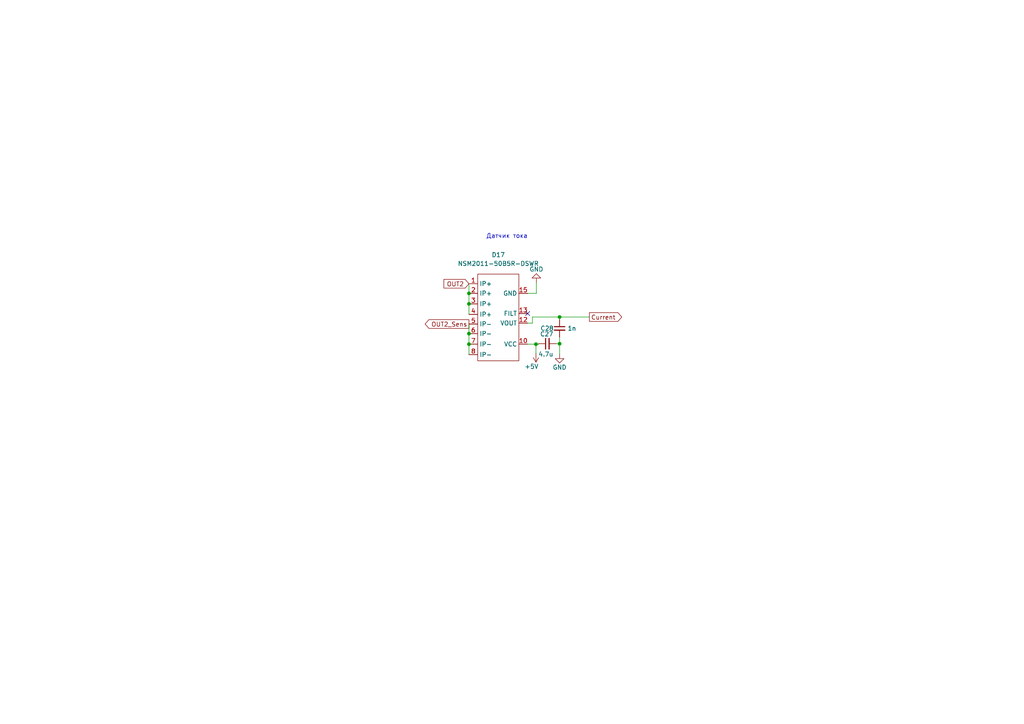
<source format=kicad_sch>
(kicad_sch (version 20230121) (generator eeschema)
  (paper "A4")
  (lib_symbols
    (symbol "Current_Sensor:NSM2011"
      (property "Reference" "D" (at 0.254 3.81 0))
      (property "Value" "NSM2011" (at 0.254 1.524 0))
      (symbol "NSM2011_0_1"
        (rectangle (start -5.842 0) (end 6.096 -25.146))
      )
      (symbol "NSM2011_1_1"
        (pin input line (at -8.382 -2.794 0) (length 2.54) (name "IP+") (number "1"))
        (pin input line (at 8.636 -20.32 180) (length 2.54) (name "VCC") (number "10"))
        (pin input line (at 8.636 -14.224 180) (length 2.54) (name "VOUT") (number "12"))
        (pin input line (at 8.636 -11.43 180) (length 2.54) (name "FILT") (number "13"))
        (pin input line (at 8.636 -5.588 180) (length 2.54) (name "GND") (number "15"))
        (pin input line (at -8.382 -5.588 0) (length 2.54) (name "IP+") (number "2"))
        (pin input line (at -8.382 -8.636 0) (length 2.54) (name "IP+") (number "3"))
        (pin input line (at -8.382 -11.684 0) (length 2.54) (name "IP+") (number "4"))
        (pin input line (at -8.382 -14.478 0) (length 2.54) (name "IP-") (number "5"))
        (pin input line (at -8.382 -17.272 0) (length 2.54) (name "IP-") (number "6"))
        (pin input line (at -8.382 -20.32 0) (length 2.54) (name "IP-") (number "7"))
        (pin input line (at -8.382 -23.368 0) (length 2.54) (name "IP-") (number "8"))
      )
    )
    (symbol "Device:C_Small" (pin_numbers hide) (pin_names (offset 0.254) hide)
      (property "Reference" "C" (at 0.254 1.778 0))
      (property "Value" "C_Small" (at 0.254 -2.032 0))
      (symbol "C_Small_0_1"
        (polyline (pts (xy -1.524 -0.508) (xy 1.524 -0.508)) (stroke (width 0.3302)))
        (polyline (pts (xy -1.524 0.508) (xy 1.524 0.508)) (stroke (width 0.3048)))
      )
      (symbol "C_Small_1_1"
        (pin passive line (at 0 2.54 270) (length 2.032) (name "~") (number "1"))
        (pin passive line (at 0 -2.54 90) (length 2.032) (name "~") (number "2"))
      )
    )
    (symbol "power:+5V" (power) (pin_names (offset 0))
      (property "Value" "+5V" (at 0 3.556 0))
      (symbol "+5V_0_1"
        (polyline (pts (xy -0.762 1.27) (xy 0 2.54)))
        (polyline (pts (xy 0 0) (xy 0 2.54)))
        (polyline (pts (xy 0 2.54) (xy 0.762 1.27)))
      )
      (symbol "+5V_1_1"
        (pin power_in line (at 0 0 90) (length 0) hide (name "+5V") (number "1"))
      )
    )
    (symbol "power:GND" (power) (pin_names (offset 0))
      (property "Value" "GND" (at 0 -3.81 0))
      (symbol "GND_0_1"
        (polyline (pts (xy 0 0) (xy 0 -1.27) (xy 1.27 -1.27) (xy 0 -2.54) (xy -1.27 -1.27) (xy 0 -1.27)))
      )
      (symbol "GND_1_1"
        (pin power_in line (at 0 0 270) (length 0) hide (name "GND") (number "1"))
      )
    )
  )
  (junction (at 162.306 99.695))
  (junction (at 162.306 91.948))
  (junction (at 155.448 99.822))
  (junction (at 136.017 96.774))
  (junction (at 136.017 85.09))
  (junction (at 136.017 88.138))
  (junction (at 136.017 99.822))
  (no_connect (at 153.035 90.932))
  (wire (pts (xy 153.035 85.09) (xy 155.575 85.09)))
  (wire (pts (xy 136.017 93.98) (xy 136.017 96.774)))
  (wire (pts (xy 155.448 99.822) (xy 156.21 99.822)))
  (wire (pts (xy 136.017 85.09) (xy 136.017 88.138)))
  (wire (pts (xy 136.017 88.138) (xy 136.017 91.186)))
  (wire (pts (xy 153.035 99.822) (xy 155.448 99.822)))
  (wire (pts (xy 154.432 91.948) (xy 162.306 91.948)))
  (wire (pts (xy 161.29 99.695) (xy 162.306 99.695)))
  (wire (pts (xy 154.432 91.948) (xy 154.432 93.726)))
  (wire (pts (xy 155.448 99.822) (xy 155.448 102.489)))
  (wire (pts (xy 155.575 85.09) (xy 155.575 81.915)))
  (wire (pts (xy 162.306 97.79) (xy 162.306 99.695)))
  (wire (pts (xy 136.017 96.774) (xy 136.017 99.822)))
  (wire (pts (xy 153.035 93.726) (xy 154.432 93.726)))
  (wire (pts (xy 162.306 91.948) (xy 162.306 92.71)))
  (wire (pts (xy 156.21 99.822) (xy 156.21 99.695)))
  (wire (pts (xy 136.017 82.296) (xy 136.017 85.09)))
  (wire (pts (xy 136.017 99.822) (xy 136.017 102.87)))
  (wire (pts (xy 162.306 91.948) (xy 170.942 91.948)))
  (wire (pts (xy 162.306 99.695) (xy 162.306 102.743)))
  (text "Датчик тока\n" (at 140.97 69.342 0) (effects (font (size 1.27 1.27)) (justify left bottom)))
  (global_label "OUT2" (shape input) (at 136.017 82.296 180) (property "Intersheetrefs" "${INTERSHEET_REFS}" (effects hide)))
  (global_label "Current" (shape output) (at 170.942 91.948 0) (property "Intersheetrefs" "${INTERSHEET_REFS}" (effects hide)))
  (global_label "OUT2_Sens" (shape output) (at 136.017 93.98 180) (property "Intersheetrefs" "${INTERSHEET_REFS}" (effects hide)))
  (symbol (lib_id "power:GND") (at 155.575 81.915 180) (unit 1)
    (property "Reference" "#PWR0109" (effects hide))
    (property "Value" "GND" (at 155.575 78.105 0))
  )
  (symbol (lib_id "Device:C_Small") (at 158.75 99.695 90) (unit 1)
    (property "Reference" "C27" (at 160.528 96.901 90) (effects (justify left)))
    (property "Value" "4.7u" (at 160.528 102.743 90) (effects (justify left)))
    (property "Footprint" "Capacitor_SMD:C_0805_2012Metric_Pad1.18x1.45mm_HandSolder" (effects hide))
  )
  (symbol (lib_id "power:+5V") (at 155.448 102.489 180) (unit 1)
    (property "Reference" "#PWR051" (effects hide))
    (property "Value" "+5V" (at 154.178 106.299 0))
  )
  (symbol (lib_id "Device:C_Small") (at 162.306 95.25 0) (unit 1)
    (property "Reference" "C28" (at 156.718 95.25 0) (effects (justify left)))
    (property "Value" "1n" (at 164.592 95.25 0) (effects (justify left)))
    (property "Footprint" "Capacitor_SMD:C_0805_2012Metric_Pad1.18x1.45mm_HandSolder" (effects hide))
  )
  (symbol (lib_id "power:GND") (at 162.306 102.743 0) (unit 1)
    (property "Reference" "#PWR0102" (effects hide))
    (property "Value" "GND" (at 162.306 106.553 0))
  )
  (symbol (lib_id "Current_Sensor:NSM2011") (at 144.399 79.502 0) (unit 1)
    (property "Reference" "D17" (at 144.526 73.914 0))
    (property "Value" "NSM2011-50B5R-DSWR" (at 144.526 76.454 0))
    (property "Footprint" "Package_SO:SOIC-16W_7.5x10.3mm_P1.27mm" (effects hide))
  )
)
</source>
